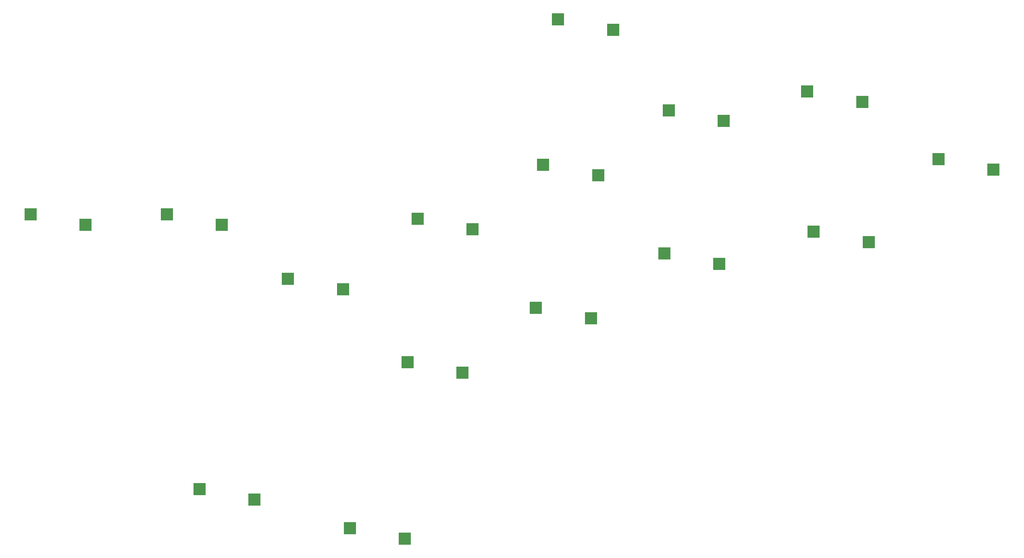
<source format=gbp>
G04 #@! TF.GenerationSoftware,KiCad,Pcbnew,8.0.5*
G04 #@! TF.CreationDate,2024-09-14T20:21:50-07:00*
G04 #@! TF.ProjectId,ergoSHIFT-rgb,6572676f-5348-4494-9654-2d7267622e6b,rev?*
G04 #@! TF.SameCoordinates,Original*
G04 #@! TF.FileFunction,Paste,Bot*
G04 #@! TF.FilePolarity,Positive*
%FSLAX46Y46*%
G04 Gerber Fmt 4.6, Leading zero omitted, Abs format (unit mm)*
G04 Created by KiCad (PCBNEW 8.0.5) date 2024-09-14 20:21:50*
%MOMM*%
%LPD*%
G01*
G04 APERTURE LIST*
%ADD10R,2.600000X2.600000*%
G04 APERTURE END LIST*
D10*
X154165000Y-149760000D03*
X142615000Y-147560000D03*
X209025000Y-96830000D03*
X197475000Y-94630000D03*
X75025000Y-118725000D03*
X63475000Y-116525000D03*
X181145000Y-138320000D03*
X169595000Y-136120000D03*
X156325000Y-119650000D03*
X144775000Y-117450000D03*
X110495000Y-176420000D03*
X98945000Y-174220000D03*
X142065000Y-184620000D03*
X130515000Y-182420000D03*
X103645000Y-118700000D03*
X92095000Y-116500000D03*
X239495000Y-122340000D03*
X227945000Y-120140000D03*
X208125000Y-126880000D03*
X196575000Y-124680000D03*
X185815000Y-77700000D03*
X174265000Y-75500000D03*
X182675000Y-108240000D03*
X171125000Y-106040000D03*
X129095000Y-132240000D03*
X117545000Y-130040000D03*
X265695000Y-107060000D03*
X254145000Y-104860000D03*
X238125000Y-92890000D03*
X226575000Y-90690000D03*
M02*

</source>
